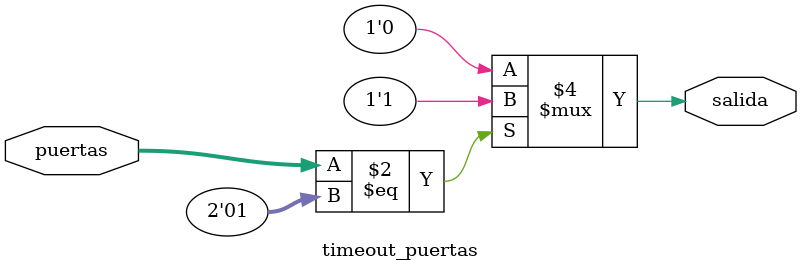
<source format=v>
/**
* El estado de los botones se codifica en un arreglo de la siguiente forma:
*	0: piso 1 arriba
*	1: piso 2 abajo
*	2: piso 2 arriba
*	3: piso 3 abajo
*	4: piso 3 arriba
* 	5: piso 4 abajo
*	6: piso 1 ascensor
*	7: piso 2 ascensor
* 	8: piso 3 ascensor
*	9: piso 4 ascensor
* Los estados se codifican de la siguiente manera:
*	0: bit 1 del piso actual
*	1: bit 2 del piso actual
*	2: direccion en la que va (1 arriba, 0 abajo)
*	3: si se esta moviendo o no (1 si, 0 no)
*/

/**
* Almacena el estado (apretado o no) de los 10 botones para solicitar pisos.
* @param botones Arreglo con 1 si es que un boton esta apretado.
* @param anterior El estado de los botones apretados en el estado anterior.
* @param final El estado de los botones para el estado actual.
* El arreglo de botones contiene la siguiente informacion:
*	0: piso 1 arriba
*	1: piso 2 abajo
*	2: piso 2 arriba
*	3: piso 3 abajo
*	4: piso 3 arriba
* 	5: piso 4 abajo
*	6: piso 1 ascensor
*	7: piso 2 ascensor
* 	8: piso 3 ascensor
*	9: piso 4 ascensor
*/
module registrador (botones, anterior, actual);
	input [9:0] botones, anterior;
	output [9:0] actual;

	reg [9:0] actual;

	always@(botones or anterior)
	begin
		actual = botones | anterior;
	end
endmodule

/**
* Prende y apaga las luces, y le envia el piso y direccion a los displays.
* @param solicitudes Solicitud de los pisos en el ciclo actual.
* @param estado El estado actual.
* @param luces El estado de las luces de todos los botones.
* @param display_num El numero de los displays.
* @param display_dir La direccion del ascensor:
*	~: nada
*	2: subiendo
*	3: bajando
*/
module interfaz_de_salida(solicitudes, estado, luces, display_num, display_dir);
	input [9:0] solicitudes;
	input [3:0] estado;
	output [9:0] luces;
	output [1:0] display_num, display_dir;

	reg [9:0] luces;
	reg [1:0] display_num, display_dir;

	always@(solicitudes or estado)
	begin
		luces = solicitudes;
		display_num[0] = estado[0];
		display_num[1] = estado[1];
		if (~|solicitudes && !estado[3])
			display_dir[0] = 0;
		else
			display_dir[0] = 1;
		display_dir[1] = estado[2];
	end
endmodule

/**
* Abre las puertas si es que le corresponde, es decir, estoy en un piso solicitado y el ascensor no
* se esta moviendo, y envia un aviso para emitir un sonido en el piso en que corresponda.
* @param solicitudes Solicitud de los pisos en el ciclo actual.
* @param estado El estado actual.
* @param boton_abrir_cerrar Si se esta presionando el boton para abrir o cerrar o ninguno.
* @param puertas 0 si es que estan cerradas, 1 abiertas, 2 abriendose y 3 cerrandose.
* @param timeout 1 si es que se genero un timeout con las puertas abiertas.
* @param sensor Si hay algo entre las puertas o no.
* @param trabajando Si es que el control de puertas esta trabajando o no.
* @param salida_puertas Abrir o cerrar las puertas o hacer nada.
*/
module control_de_puertas(solicitudes, estado, boton_abrir_cerrar, sensor, puertas, timeout, trabajando, aviso, salida_puertas);
	input [9:0] solicitudes;
	input [3:0] estado;
	input [1:0] boton_abrir_cerrar;
	input [1:0] puertas;
	input timeout;
	input sensor;
	output trabajando;
	output [3:0] aviso;
	output [1:0] salida_puertas;

	reg trabajando;
	reg [3:0] aviso;
	reg [1:0] salida_puertas;

	always@(solicitudes or estado or boton_abrir_cerrar or sensor or puertas)
	begin
		if ((puertas[0] || puertas[1]) || !estado[3] && PISO_SOLICITADO(solicitudes, estado))
		begin
			trabajando = 1;
			if (puertas == 2'b00)
			begin
				if (estado == 4'b00xx) aviso = 4'b1000;
				else if (estado == 4'b01xx) aviso = 4'b0100;
				else if (estado == 4'b10xx) aviso = 4'b0010;
				else aviso = 4'b0001;
			end
			if (puertas == 2'b00 || puertas == 2'b10 || (puertas == 2'b11 && boton_abrir_cerrar == 2'b1x)) salida_puertas = 2'b01;
			else if (puertas == 2'b01 && (boton_abrir_cerrar == 2'bx1 || timeout)) salida_puertas = 2'b10;
			else salida_puertas = 2'b00;
		end
		else
		begin
			trabajando = 0;
		end
	end

	function PISO_SOLICITADO;
		input [9:0] s;
		input [3:0] e;

		begin
			PISO_SOLICITADO = (
				(!e[0] && !e[1]) && (s[6] || s[0]) ||
				(!e[0] && e[1]) && (s[7] || (s[1] && !e[2]) || (s[2] && e[2])) ||
				(e[0] && !e[1]) && (s[8] || (s[3] && !e[2]) || (s[4] && e[2])) ||
				(e[0] && e[1]) && (s[9] || s[5])
			);
		end
	endfunction
endmodule

module timeout_puertas(puertas, salida);
	input [1:0] puertas;
	output salida;

	reg salida;

	always@(puertas)
	begin
		if (puertas == 2'b01)
		begin
			#100 // ojala que salga de aca cuando cambian las puertas
			salida = 1;
		end
		else
			salida = 0;
	end
endmodule

/**

module A1(a1, b1)
	...
endmodule

module top(a, b)
	A1 nombre(.a1(a), .b1(b))
endmodule
*/

</source>
